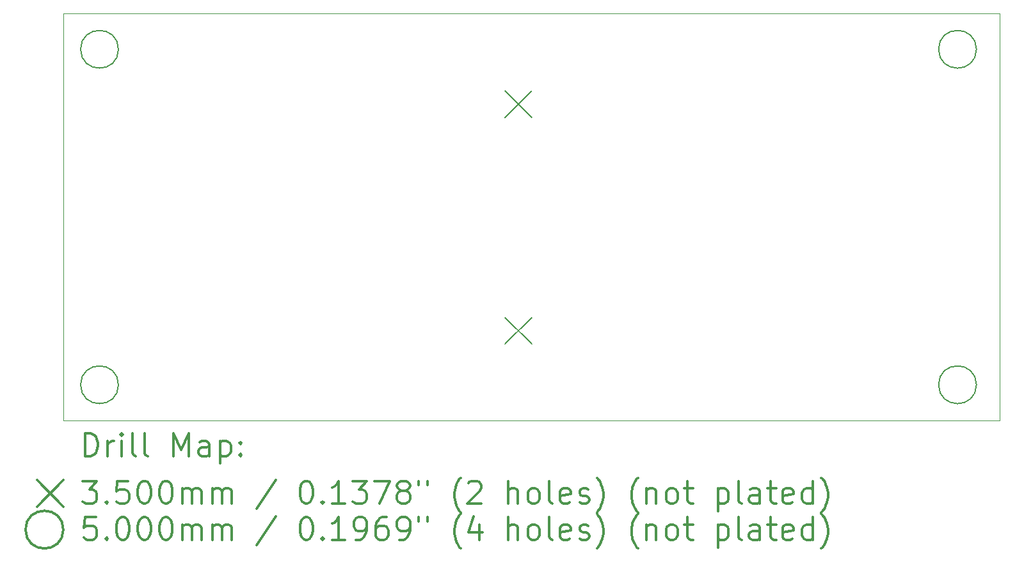
<source format=gbr>
%FSLAX45Y45*%
G04 Gerber Fmt 4.5, Leading zero omitted, Abs format (unit mm)*
G04 Created by KiCad (PCBNEW 5.1.10-88a1d61d58~88~ubuntu20.04.1) date 2021-05-25 19:00:18*
%MOMM*%
%LPD*%
G01*
G04 APERTURE LIST*
%TA.AperFunction,Profile*%
%ADD10C,0.050000*%
%TD*%
%ADD11C,0.200000*%
%ADD12C,0.300000*%
G04 APERTURE END LIST*
D10*
X10160000Y-11747500D02*
X10160000Y-6350000D01*
X22542500Y-11747500D02*
X10160000Y-11747500D01*
X22542500Y-6350000D02*
X22542500Y-11747500D01*
X10160000Y-6350000D02*
X22542500Y-6350000D01*
D11*
X16001800Y-7378700D02*
X16351800Y-7728700D01*
X16351800Y-7378700D02*
X16001800Y-7728700D01*
X16001800Y-10378700D02*
X16351800Y-10728700D01*
X16351800Y-10378700D02*
X16001800Y-10728700D01*
X10886250Y-6826250D02*
G75*
G03*
X10886250Y-6826250I-250000J0D01*
G01*
X10886250Y-11271250D02*
G75*
G03*
X10886250Y-11271250I-250000J0D01*
G01*
X22236875Y-6826250D02*
G75*
G03*
X22236875Y-6826250I-250000J0D01*
G01*
X22236875Y-11271250D02*
G75*
G03*
X22236875Y-11271250I-250000J0D01*
G01*
D12*
X10443928Y-12215714D02*
X10443928Y-11915714D01*
X10515357Y-11915714D01*
X10558214Y-11930000D01*
X10586786Y-11958571D01*
X10601071Y-11987143D01*
X10615357Y-12044286D01*
X10615357Y-12087143D01*
X10601071Y-12144286D01*
X10586786Y-12172857D01*
X10558214Y-12201429D01*
X10515357Y-12215714D01*
X10443928Y-12215714D01*
X10743928Y-12215714D02*
X10743928Y-12015714D01*
X10743928Y-12072857D02*
X10758214Y-12044286D01*
X10772500Y-12030000D01*
X10801071Y-12015714D01*
X10829643Y-12015714D01*
X10929643Y-12215714D02*
X10929643Y-12015714D01*
X10929643Y-11915714D02*
X10915357Y-11930000D01*
X10929643Y-11944286D01*
X10943928Y-11930000D01*
X10929643Y-11915714D01*
X10929643Y-11944286D01*
X11115357Y-12215714D02*
X11086786Y-12201429D01*
X11072500Y-12172857D01*
X11072500Y-11915714D01*
X11272500Y-12215714D02*
X11243928Y-12201429D01*
X11229643Y-12172857D01*
X11229643Y-11915714D01*
X11615357Y-12215714D02*
X11615357Y-11915714D01*
X11715357Y-12130000D01*
X11815357Y-11915714D01*
X11815357Y-12215714D01*
X12086786Y-12215714D02*
X12086786Y-12058571D01*
X12072500Y-12030000D01*
X12043928Y-12015714D01*
X11986786Y-12015714D01*
X11958214Y-12030000D01*
X12086786Y-12201429D02*
X12058214Y-12215714D01*
X11986786Y-12215714D01*
X11958214Y-12201429D01*
X11943928Y-12172857D01*
X11943928Y-12144286D01*
X11958214Y-12115714D01*
X11986786Y-12101429D01*
X12058214Y-12101429D01*
X12086786Y-12087143D01*
X12229643Y-12015714D02*
X12229643Y-12315714D01*
X12229643Y-12030000D02*
X12258214Y-12015714D01*
X12315357Y-12015714D01*
X12343928Y-12030000D01*
X12358214Y-12044286D01*
X12372500Y-12072857D01*
X12372500Y-12158571D01*
X12358214Y-12187143D01*
X12343928Y-12201429D01*
X12315357Y-12215714D01*
X12258214Y-12215714D01*
X12229643Y-12201429D01*
X12501071Y-12187143D02*
X12515357Y-12201429D01*
X12501071Y-12215714D01*
X12486786Y-12201429D01*
X12501071Y-12187143D01*
X12501071Y-12215714D01*
X12501071Y-12030000D02*
X12515357Y-12044286D01*
X12501071Y-12058571D01*
X12486786Y-12044286D01*
X12501071Y-12030000D01*
X12501071Y-12058571D01*
X9807500Y-12535000D02*
X10157500Y-12885000D01*
X10157500Y-12535000D02*
X9807500Y-12885000D01*
X10415357Y-12545714D02*
X10601071Y-12545714D01*
X10501071Y-12660000D01*
X10543928Y-12660000D01*
X10572500Y-12674286D01*
X10586786Y-12688571D01*
X10601071Y-12717143D01*
X10601071Y-12788571D01*
X10586786Y-12817143D01*
X10572500Y-12831429D01*
X10543928Y-12845714D01*
X10458214Y-12845714D01*
X10429643Y-12831429D01*
X10415357Y-12817143D01*
X10729643Y-12817143D02*
X10743928Y-12831429D01*
X10729643Y-12845714D01*
X10715357Y-12831429D01*
X10729643Y-12817143D01*
X10729643Y-12845714D01*
X11015357Y-12545714D02*
X10872500Y-12545714D01*
X10858214Y-12688571D01*
X10872500Y-12674286D01*
X10901071Y-12660000D01*
X10972500Y-12660000D01*
X11001071Y-12674286D01*
X11015357Y-12688571D01*
X11029643Y-12717143D01*
X11029643Y-12788571D01*
X11015357Y-12817143D01*
X11001071Y-12831429D01*
X10972500Y-12845714D01*
X10901071Y-12845714D01*
X10872500Y-12831429D01*
X10858214Y-12817143D01*
X11215357Y-12545714D02*
X11243928Y-12545714D01*
X11272500Y-12560000D01*
X11286786Y-12574286D01*
X11301071Y-12602857D01*
X11315357Y-12660000D01*
X11315357Y-12731429D01*
X11301071Y-12788571D01*
X11286786Y-12817143D01*
X11272500Y-12831429D01*
X11243928Y-12845714D01*
X11215357Y-12845714D01*
X11186786Y-12831429D01*
X11172500Y-12817143D01*
X11158214Y-12788571D01*
X11143928Y-12731429D01*
X11143928Y-12660000D01*
X11158214Y-12602857D01*
X11172500Y-12574286D01*
X11186786Y-12560000D01*
X11215357Y-12545714D01*
X11501071Y-12545714D02*
X11529643Y-12545714D01*
X11558214Y-12560000D01*
X11572500Y-12574286D01*
X11586786Y-12602857D01*
X11601071Y-12660000D01*
X11601071Y-12731429D01*
X11586786Y-12788571D01*
X11572500Y-12817143D01*
X11558214Y-12831429D01*
X11529643Y-12845714D01*
X11501071Y-12845714D01*
X11472500Y-12831429D01*
X11458214Y-12817143D01*
X11443928Y-12788571D01*
X11429643Y-12731429D01*
X11429643Y-12660000D01*
X11443928Y-12602857D01*
X11458214Y-12574286D01*
X11472500Y-12560000D01*
X11501071Y-12545714D01*
X11729643Y-12845714D02*
X11729643Y-12645714D01*
X11729643Y-12674286D02*
X11743928Y-12660000D01*
X11772500Y-12645714D01*
X11815357Y-12645714D01*
X11843928Y-12660000D01*
X11858214Y-12688571D01*
X11858214Y-12845714D01*
X11858214Y-12688571D02*
X11872500Y-12660000D01*
X11901071Y-12645714D01*
X11943928Y-12645714D01*
X11972500Y-12660000D01*
X11986786Y-12688571D01*
X11986786Y-12845714D01*
X12129643Y-12845714D02*
X12129643Y-12645714D01*
X12129643Y-12674286D02*
X12143928Y-12660000D01*
X12172500Y-12645714D01*
X12215357Y-12645714D01*
X12243928Y-12660000D01*
X12258214Y-12688571D01*
X12258214Y-12845714D01*
X12258214Y-12688571D02*
X12272500Y-12660000D01*
X12301071Y-12645714D01*
X12343928Y-12645714D01*
X12372500Y-12660000D01*
X12386786Y-12688571D01*
X12386786Y-12845714D01*
X12972500Y-12531429D02*
X12715357Y-12917143D01*
X13358214Y-12545714D02*
X13386786Y-12545714D01*
X13415357Y-12560000D01*
X13429643Y-12574286D01*
X13443928Y-12602857D01*
X13458214Y-12660000D01*
X13458214Y-12731429D01*
X13443928Y-12788571D01*
X13429643Y-12817143D01*
X13415357Y-12831429D01*
X13386786Y-12845714D01*
X13358214Y-12845714D01*
X13329643Y-12831429D01*
X13315357Y-12817143D01*
X13301071Y-12788571D01*
X13286786Y-12731429D01*
X13286786Y-12660000D01*
X13301071Y-12602857D01*
X13315357Y-12574286D01*
X13329643Y-12560000D01*
X13358214Y-12545714D01*
X13586786Y-12817143D02*
X13601071Y-12831429D01*
X13586786Y-12845714D01*
X13572500Y-12831429D01*
X13586786Y-12817143D01*
X13586786Y-12845714D01*
X13886786Y-12845714D02*
X13715357Y-12845714D01*
X13801071Y-12845714D02*
X13801071Y-12545714D01*
X13772500Y-12588571D01*
X13743928Y-12617143D01*
X13715357Y-12631429D01*
X13986786Y-12545714D02*
X14172500Y-12545714D01*
X14072500Y-12660000D01*
X14115357Y-12660000D01*
X14143928Y-12674286D01*
X14158214Y-12688571D01*
X14172500Y-12717143D01*
X14172500Y-12788571D01*
X14158214Y-12817143D01*
X14143928Y-12831429D01*
X14115357Y-12845714D01*
X14029643Y-12845714D01*
X14001071Y-12831429D01*
X13986786Y-12817143D01*
X14272500Y-12545714D02*
X14472500Y-12545714D01*
X14343928Y-12845714D01*
X14629643Y-12674286D02*
X14601071Y-12660000D01*
X14586786Y-12645714D01*
X14572500Y-12617143D01*
X14572500Y-12602857D01*
X14586786Y-12574286D01*
X14601071Y-12560000D01*
X14629643Y-12545714D01*
X14686786Y-12545714D01*
X14715357Y-12560000D01*
X14729643Y-12574286D01*
X14743928Y-12602857D01*
X14743928Y-12617143D01*
X14729643Y-12645714D01*
X14715357Y-12660000D01*
X14686786Y-12674286D01*
X14629643Y-12674286D01*
X14601071Y-12688571D01*
X14586786Y-12702857D01*
X14572500Y-12731429D01*
X14572500Y-12788571D01*
X14586786Y-12817143D01*
X14601071Y-12831429D01*
X14629643Y-12845714D01*
X14686786Y-12845714D01*
X14715357Y-12831429D01*
X14729643Y-12817143D01*
X14743928Y-12788571D01*
X14743928Y-12731429D01*
X14729643Y-12702857D01*
X14715357Y-12688571D01*
X14686786Y-12674286D01*
X14858214Y-12545714D02*
X14858214Y-12602857D01*
X14972500Y-12545714D02*
X14972500Y-12602857D01*
X15415357Y-12960000D02*
X15401071Y-12945714D01*
X15372500Y-12902857D01*
X15358214Y-12874286D01*
X15343928Y-12831429D01*
X15329643Y-12760000D01*
X15329643Y-12702857D01*
X15343928Y-12631429D01*
X15358214Y-12588571D01*
X15372500Y-12560000D01*
X15401071Y-12517143D01*
X15415357Y-12502857D01*
X15515357Y-12574286D02*
X15529643Y-12560000D01*
X15558214Y-12545714D01*
X15629643Y-12545714D01*
X15658214Y-12560000D01*
X15672500Y-12574286D01*
X15686786Y-12602857D01*
X15686786Y-12631429D01*
X15672500Y-12674286D01*
X15501071Y-12845714D01*
X15686786Y-12845714D01*
X16043928Y-12845714D02*
X16043928Y-12545714D01*
X16172500Y-12845714D02*
X16172500Y-12688571D01*
X16158214Y-12660000D01*
X16129643Y-12645714D01*
X16086786Y-12645714D01*
X16058214Y-12660000D01*
X16043928Y-12674286D01*
X16358214Y-12845714D02*
X16329643Y-12831429D01*
X16315357Y-12817143D01*
X16301071Y-12788571D01*
X16301071Y-12702857D01*
X16315357Y-12674286D01*
X16329643Y-12660000D01*
X16358214Y-12645714D01*
X16401071Y-12645714D01*
X16429643Y-12660000D01*
X16443928Y-12674286D01*
X16458214Y-12702857D01*
X16458214Y-12788571D01*
X16443928Y-12817143D01*
X16429643Y-12831429D01*
X16401071Y-12845714D01*
X16358214Y-12845714D01*
X16629643Y-12845714D02*
X16601071Y-12831429D01*
X16586786Y-12802857D01*
X16586786Y-12545714D01*
X16858214Y-12831429D02*
X16829643Y-12845714D01*
X16772500Y-12845714D01*
X16743928Y-12831429D01*
X16729643Y-12802857D01*
X16729643Y-12688571D01*
X16743928Y-12660000D01*
X16772500Y-12645714D01*
X16829643Y-12645714D01*
X16858214Y-12660000D01*
X16872500Y-12688571D01*
X16872500Y-12717143D01*
X16729643Y-12745714D01*
X16986786Y-12831429D02*
X17015357Y-12845714D01*
X17072500Y-12845714D01*
X17101071Y-12831429D01*
X17115357Y-12802857D01*
X17115357Y-12788571D01*
X17101071Y-12760000D01*
X17072500Y-12745714D01*
X17029643Y-12745714D01*
X17001071Y-12731429D01*
X16986786Y-12702857D01*
X16986786Y-12688571D01*
X17001071Y-12660000D01*
X17029643Y-12645714D01*
X17072500Y-12645714D01*
X17101071Y-12660000D01*
X17215357Y-12960000D02*
X17229643Y-12945714D01*
X17258214Y-12902857D01*
X17272500Y-12874286D01*
X17286786Y-12831429D01*
X17301071Y-12760000D01*
X17301071Y-12702857D01*
X17286786Y-12631429D01*
X17272500Y-12588571D01*
X17258214Y-12560000D01*
X17229643Y-12517143D01*
X17215357Y-12502857D01*
X17758214Y-12960000D02*
X17743928Y-12945714D01*
X17715357Y-12902857D01*
X17701071Y-12874286D01*
X17686786Y-12831429D01*
X17672500Y-12760000D01*
X17672500Y-12702857D01*
X17686786Y-12631429D01*
X17701071Y-12588571D01*
X17715357Y-12560000D01*
X17743928Y-12517143D01*
X17758214Y-12502857D01*
X17872500Y-12645714D02*
X17872500Y-12845714D01*
X17872500Y-12674286D02*
X17886786Y-12660000D01*
X17915357Y-12645714D01*
X17958214Y-12645714D01*
X17986786Y-12660000D01*
X18001071Y-12688571D01*
X18001071Y-12845714D01*
X18186786Y-12845714D02*
X18158214Y-12831429D01*
X18143928Y-12817143D01*
X18129643Y-12788571D01*
X18129643Y-12702857D01*
X18143928Y-12674286D01*
X18158214Y-12660000D01*
X18186786Y-12645714D01*
X18229643Y-12645714D01*
X18258214Y-12660000D01*
X18272500Y-12674286D01*
X18286786Y-12702857D01*
X18286786Y-12788571D01*
X18272500Y-12817143D01*
X18258214Y-12831429D01*
X18229643Y-12845714D01*
X18186786Y-12845714D01*
X18372500Y-12645714D02*
X18486786Y-12645714D01*
X18415357Y-12545714D02*
X18415357Y-12802857D01*
X18429643Y-12831429D01*
X18458214Y-12845714D01*
X18486786Y-12845714D01*
X18815357Y-12645714D02*
X18815357Y-12945714D01*
X18815357Y-12660000D02*
X18843928Y-12645714D01*
X18901071Y-12645714D01*
X18929643Y-12660000D01*
X18943928Y-12674286D01*
X18958214Y-12702857D01*
X18958214Y-12788571D01*
X18943928Y-12817143D01*
X18929643Y-12831429D01*
X18901071Y-12845714D01*
X18843928Y-12845714D01*
X18815357Y-12831429D01*
X19129643Y-12845714D02*
X19101071Y-12831429D01*
X19086786Y-12802857D01*
X19086786Y-12545714D01*
X19372500Y-12845714D02*
X19372500Y-12688571D01*
X19358214Y-12660000D01*
X19329643Y-12645714D01*
X19272500Y-12645714D01*
X19243928Y-12660000D01*
X19372500Y-12831429D02*
X19343928Y-12845714D01*
X19272500Y-12845714D01*
X19243928Y-12831429D01*
X19229643Y-12802857D01*
X19229643Y-12774286D01*
X19243928Y-12745714D01*
X19272500Y-12731429D01*
X19343928Y-12731429D01*
X19372500Y-12717143D01*
X19472500Y-12645714D02*
X19586786Y-12645714D01*
X19515357Y-12545714D02*
X19515357Y-12802857D01*
X19529643Y-12831429D01*
X19558214Y-12845714D01*
X19586786Y-12845714D01*
X19801071Y-12831429D02*
X19772500Y-12845714D01*
X19715357Y-12845714D01*
X19686786Y-12831429D01*
X19672500Y-12802857D01*
X19672500Y-12688571D01*
X19686786Y-12660000D01*
X19715357Y-12645714D01*
X19772500Y-12645714D01*
X19801071Y-12660000D01*
X19815357Y-12688571D01*
X19815357Y-12717143D01*
X19672500Y-12745714D01*
X20072500Y-12845714D02*
X20072500Y-12545714D01*
X20072500Y-12831429D02*
X20043928Y-12845714D01*
X19986786Y-12845714D01*
X19958214Y-12831429D01*
X19943928Y-12817143D01*
X19929643Y-12788571D01*
X19929643Y-12702857D01*
X19943928Y-12674286D01*
X19958214Y-12660000D01*
X19986786Y-12645714D01*
X20043928Y-12645714D01*
X20072500Y-12660000D01*
X20186786Y-12960000D02*
X20201071Y-12945714D01*
X20229643Y-12902857D01*
X20243928Y-12874286D01*
X20258214Y-12831429D01*
X20272500Y-12760000D01*
X20272500Y-12702857D01*
X20258214Y-12631429D01*
X20243928Y-12588571D01*
X20229643Y-12560000D01*
X20201071Y-12517143D01*
X20186786Y-12502857D01*
X10157500Y-13190000D02*
G75*
G03*
X10157500Y-13190000I-250000J0D01*
G01*
X10586786Y-13025714D02*
X10443928Y-13025714D01*
X10429643Y-13168571D01*
X10443928Y-13154286D01*
X10472500Y-13140000D01*
X10543928Y-13140000D01*
X10572500Y-13154286D01*
X10586786Y-13168571D01*
X10601071Y-13197143D01*
X10601071Y-13268571D01*
X10586786Y-13297143D01*
X10572500Y-13311429D01*
X10543928Y-13325714D01*
X10472500Y-13325714D01*
X10443928Y-13311429D01*
X10429643Y-13297143D01*
X10729643Y-13297143D02*
X10743928Y-13311429D01*
X10729643Y-13325714D01*
X10715357Y-13311429D01*
X10729643Y-13297143D01*
X10729643Y-13325714D01*
X10929643Y-13025714D02*
X10958214Y-13025714D01*
X10986786Y-13040000D01*
X11001071Y-13054286D01*
X11015357Y-13082857D01*
X11029643Y-13140000D01*
X11029643Y-13211429D01*
X11015357Y-13268571D01*
X11001071Y-13297143D01*
X10986786Y-13311429D01*
X10958214Y-13325714D01*
X10929643Y-13325714D01*
X10901071Y-13311429D01*
X10886786Y-13297143D01*
X10872500Y-13268571D01*
X10858214Y-13211429D01*
X10858214Y-13140000D01*
X10872500Y-13082857D01*
X10886786Y-13054286D01*
X10901071Y-13040000D01*
X10929643Y-13025714D01*
X11215357Y-13025714D02*
X11243928Y-13025714D01*
X11272500Y-13040000D01*
X11286786Y-13054286D01*
X11301071Y-13082857D01*
X11315357Y-13140000D01*
X11315357Y-13211429D01*
X11301071Y-13268571D01*
X11286786Y-13297143D01*
X11272500Y-13311429D01*
X11243928Y-13325714D01*
X11215357Y-13325714D01*
X11186786Y-13311429D01*
X11172500Y-13297143D01*
X11158214Y-13268571D01*
X11143928Y-13211429D01*
X11143928Y-13140000D01*
X11158214Y-13082857D01*
X11172500Y-13054286D01*
X11186786Y-13040000D01*
X11215357Y-13025714D01*
X11501071Y-13025714D02*
X11529643Y-13025714D01*
X11558214Y-13040000D01*
X11572500Y-13054286D01*
X11586786Y-13082857D01*
X11601071Y-13140000D01*
X11601071Y-13211429D01*
X11586786Y-13268571D01*
X11572500Y-13297143D01*
X11558214Y-13311429D01*
X11529643Y-13325714D01*
X11501071Y-13325714D01*
X11472500Y-13311429D01*
X11458214Y-13297143D01*
X11443928Y-13268571D01*
X11429643Y-13211429D01*
X11429643Y-13140000D01*
X11443928Y-13082857D01*
X11458214Y-13054286D01*
X11472500Y-13040000D01*
X11501071Y-13025714D01*
X11729643Y-13325714D02*
X11729643Y-13125714D01*
X11729643Y-13154286D02*
X11743928Y-13140000D01*
X11772500Y-13125714D01*
X11815357Y-13125714D01*
X11843928Y-13140000D01*
X11858214Y-13168571D01*
X11858214Y-13325714D01*
X11858214Y-13168571D02*
X11872500Y-13140000D01*
X11901071Y-13125714D01*
X11943928Y-13125714D01*
X11972500Y-13140000D01*
X11986786Y-13168571D01*
X11986786Y-13325714D01*
X12129643Y-13325714D02*
X12129643Y-13125714D01*
X12129643Y-13154286D02*
X12143928Y-13140000D01*
X12172500Y-13125714D01*
X12215357Y-13125714D01*
X12243928Y-13140000D01*
X12258214Y-13168571D01*
X12258214Y-13325714D01*
X12258214Y-13168571D02*
X12272500Y-13140000D01*
X12301071Y-13125714D01*
X12343928Y-13125714D01*
X12372500Y-13140000D01*
X12386786Y-13168571D01*
X12386786Y-13325714D01*
X12972500Y-13011429D02*
X12715357Y-13397143D01*
X13358214Y-13025714D02*
X13386786Y-13025714D01*
X13415357Y-13040000D01*
X13429643Y-13054286D01*
X13443928Y-13082857D01*
X13458214Y-13140000D01*
X13458214Y-13211429D01*
X13443928Y-13268571D01*
X13429643Y-13297143D01*
X13415357Y-13311429D01*
X13386786Y-13325714D01*
X13358214Y-13325714D01*
X13329643Y-13311429D01*
X13315357Y-13297143D01*
X13301071Y-13268571D01*
X13286786Y-13211429D01*
X13286786Y-13140000D01*
X13301071Y-13082857D01*
X13315357Y-13054286D01*
X13329643Y-13040000D01*
X13358214Y-13025714D01*
X13586786Y-13297143D02*
X13601071Y-13311429D01*
X13586786Y-13325714D01*
X13572500Y-13311429D01*
X13586786Y-13297143D01*
X13586786Y-13325714D01*
X13886786Y-13325714D02*
X13715357Y-13325714D01*
X13801071Y-13325714D02*
X13801071Y-13025714D01*
X13772500Y-13068571D01*
X13743928Y-13097143D01*
X13715357Y-13111429D01*
X14029643Y-13325714D02*
X14086786Y-13325714D01*
X14115357Y-13311429D01*
X14129643Y-13297143D01*
X14158214Y-13254286D01*
X14172500Y-13197143D01*
X14172500Y-13082857D01*
X14158214Y-13054286D01*
X14143928Y-13040000D01*
X14115357Y-13025714D01*
X14058214Y-13025714D01*
X14029643Y-13040000D01*
X14015357Y-13054286D01*
X14001071Y-13082857D01*
X14001071Y-13154286D01*
X14015357Y-13182857D01*
X14029643Y-13197143D01*
X14058214Y-13211429D01*
X14115357Y-13211429D01*
X14143928Y-13197143D01*
X14158214Y-13182857D01*
X14172500Y-13154286D01*
X14429643Y-13025714D02*
X14372500Y-13025714D01*
X14343928Y-13040000D01*
X14329643Y-13054286D01*
X14301071Y-13097143D01*
X14286786Y-13154286D01*
X14286786Y-13268571D01*
X14301071Y-13297143D01*
X14315357Y-13311429D01*
X14343928Y-13325714D01*
X14401071Y-13325714D01*
X14429643Y-13311429D01*
X14443928Y-13297143D01*
X14458214Y-13268571D01*
X14458214Y-13197143D01*
X14443928Y-13168571D01*
X14429643Y-13154286D01*
X14401071Y-13140000D01*
X14343928Y-13140000D01*
X14315357Y-13154286D01*
X14301071Y-13168571D01*
X14286786Y-13197143D01*
X14601071Y-13325714D02*
X14658214Y-13325714D01*
X14686786Y-13311429D01*
X14701071Y-13297143D01*
X14729643Y-13254286D01*
X14743928Y-13197143D01*
X14743928Y-13082857D01*
X14729643Y-13054286D01*
X14715357Y-13040000D01*
X14686786Y-13025714D01*
X14629643Y-13025714D01*
X14601071Y-13040000D01*
X14586786Y-13054286D01*
X14572500Y-13082857D01*
X14572500Y-13154286D01*
X14586786Y-13182857D01*
X14601071Y-13197143D01*
X14629643Y-13211429D01*
X14686786Y-13211429D01*
X14715357Y-13197143D01*
X14729643Y-13182857D01*
X14743928Y-13154286D01*
X14858214Y-13025714D02*
X14858214Y-13082857D01*
X14972500Y-13025714D02*
X14972500Y-13082857D01*
X15415357Y-13440000D02*
X15401071Y-13425714D01*
X15372500Y-13382857D01*
X15358214Y-13354286D01*
X15343928Y-13311429D01*
X15329643Y-13240000D01*
X15329643Y-13182857D01*
X15343928Y-13111429D01*
X15358214Y-13068571D01*
X15372500Y-13040000D01*
X15401071Y-12997143D01*
X15415357Y-12982857D01*
X15658214Y-13125714D02*
X15658214Y-13325714D01*
X15586786Y-13011429D02*
X15515357Y-13225714D01*
X15701071Y-13225714D01*
X16043928Y-13325714D02*
X16043928Y-13025714D01*
X16172500Y-13325714D02*
X16172500Y-13168571D01*
X16158214Y-13140000D01*
X16129643Y-13125714D01*
X16086786Y-13125714D01*
X16058214Y-13140000D01*
X16043928Y-13154286D01*
X16358214Y-13325714D02*
X16329643Y-13311429D01*
X16315357Y-13297143D01*
X16301071Y-13268571D01*
X16301071Y-13182857D01*
X16315357Y-13154286D01*
X16329643Y-13140000D01*
X16358214Y-13125714D01*
X16401071Y-13125714D01*
X16429643Y-13140000D01*
X16443928Y-13154286D01*
X16458214Y-13182857D01*
X16458214Y-13268571D01*
X16443928Y-13297143D01*
X16429643Y-13311429D01*
X16401071Y-13325714D01*
X16358214Y-13325714D01*
X16629643Y-13325714D02*
X16601071Y-13311429D01*
X16586786Y-13282857D01*
X16586786Y-13025714D01*
X16858214Y-13311429D02*
X16829643Y-13325714D01*
X16772500Y-13325714D01*
X16743928Y-13311429D01*
X16729643Y-13282857D01*
X16729643Y-13168571D01*
X16743928Y-13140000D01*
X16772500Y-13125714D01*
X16829643Y-13125714D01*
X16858214Y-13140000D01*
X16872500Y-13168571D01*
X16872500Y-13197143D01*
X16729643Y-13225714D01*
X16986786Y-13311429D02*
X17015357Y-13325714D01*
X17072500Y-13325714D01*
X17101071Y-13311429D01*
X17115357Y-13282857D01*
X17115357Y-13268571D01*
X17101071Y-13240000D01*
X17072500Y-13225714D01*
X17029643Y-13225714D01*
X17001071Y-13211429D01*
X16986786Y-13182857D01*
X16986786Y-13168571D01*
X17001071Y-13140000D01*
X17029643Y-13125714D01*
X17072500Y-13125714D01*
X17101071Y-13140000D01*
X17215357Y-13440000D02*
X17229643Y-13425714D01*
X17258214Y-13382857D01*
X17272500Y-13354286D01*
X17286786Y-13311429D01*
X17301071Y-13240000D01*
X17301071Y-13182857D01*
X17286786Y-13111429D01*
X17272500Y-13068571D01*
X17258214Y-13040000D01*
X17229643Y-12997143D01*
X17215357Y-12982857D01*
X17758214Y-13440000D02*
X17743928Y-13425714D01*
X17715357Y-13382857D01*
X17701071Y-13354286D01*
X17686786Y-13311429D01*
X17672500Y-13240000D01*
X17672500Y-13182857D01*
X17686786Y-13111429D01*
X17701071Y-13068571D01*
X17715357Y-13040000D01*
X17743928Y-12997143D01*
X17758214Y-12982857D01*
X17872500Y-13125714D02*
X17872500Y-13325714D01*
X17872500Y-13154286D02*
X17886786Y-13140000D01*
X17915357Y-13125714D01*
X17958214Y-13125714D01*
X17986786Y-13140000D01*
X18001071Y-13168571D01*
X18001071Y-13325714D01*
X18186786Y-13325714D02*
X18158214Y-13311429D01*
X18143928Y-13297143D01*
X18129643Y-13268571D01*
X18129643Y-13182857D01*
X18143928Y-13154286D01*
X18158214Y-13140000D01*
X18186786Y-13125714D01*
X18229643Y-13125714D01*
X18258214Y-13140000D01*
X18272500Y-13154286D01*
X18286786Y-13182857D01*
X18286786Y-13268571D01*
X18272500Y-13297143D01*
X18258214Y-13311429D01*
X18229643Y-13325714D01*
X18186786Y-13325714D01*
X18372500Y-13125714D02*
X18486786Y-13125714D01*
X18415357Y-13025714D02*
X18415357Y-13282857D01*
X18429643Y-13311429D01*
X18458214Y-13325714D01*
X18486786Y-13325714D01*
X18815357Y-13125714D02*
X18815357Y-13425714D01*
X18815357Y-13140000D02*
X18843928Y-13125714D01*
X18901071Y-13125714D01*
X18929643Y-13140000D01*
X18943928Y-13154286D01*
X18958214Y-13182857D01*
X18958214Y-13268571D01*
X18943928Y-13297143D01*
X18929643Y-13311429D01*
X18901071Y-13325714D01*
X18843928Y-13325714D01*
X18815357Y-13311429D01*
X19129643Y-13325714D02*
X19101071Y-13311429D01*
X19086786Y-13282857D01*
X19086786Y-13025714D01*
X19372500Y-13325714D02*
X19372500Y-13168571D01*
X19358214Y-13140000D01*
X19329643Y-13125714D01*
X19272500Y-13125714D01*
X19243928Y-13140000D01*
X19372500Y-13311429D02*
X19343928Y-13325714D01*
X19272500Y-13325714D01*
X19243928Y-13311429D01*
X19229643Y-13282857D01*
X19229643Y-13254286D01*
X19243928Y-13225714D01*
X19272500Y-13211429D01*
X19343928Y-13211429D01*
X19372500Y-13197143D01*
X19472500Y-13125714D02*
X19586786Y-13125714D01*
X19515357Y-13025714D02*
X19515357Y-13282857D01*
X19529643Y-13311429D01*
X19558214Y-13325714D01*
X19586786Y-13325714D01*
X19801071Y-13311429D02*
X19772500Y-13325714D01*
X19715357Y-13325714D01*
X19686786Y-13311429D01*
X19672500Y-13282857D01*
X19672500Y-13168571D01*
X19686786Y-13140000D01*
X19715357Y-13125714D01*
X19772500Y-13125714D01*
X19801071Y-13140000D01*
X19815357Y-13168571D01*
X19815357Y-13197143D01*
X19672500Y-13225714D01*
X20072500Y-13325714D02*
X20072500Y-13025714D01*
X20072500Y-13311429D02*
X20043928Y-13325714D01*
X19986786Y-13325714D01*
X19958214Y-13311429D01*
X19943928Y-13297143D01*
X19929643Y-13268571D01*
X19929643Y-13182857D01*
X19943928Y-13154286D01*
X19958214Y-13140000D01*
X19986786Y-13125714D01*
X20043928Y-13125714D01*
X20072500Y-13140000D01*
X20186786Y-13440000D02*
X20201071Y-13425714D01*
X20229643Y-13382857D01*
X20243928Y-13354286D01*
X20258214Y-13311429D01*
X20272500Y-13240000D01*
X20272500Y-13182857D01*
X20258214Y-13111429D01*
X20243928Y-13068571D01*
X20229643Y-13040000D01*
X20201071Y-12997143D01*
X20186786Y-12982857D01*
M02*

</source>
